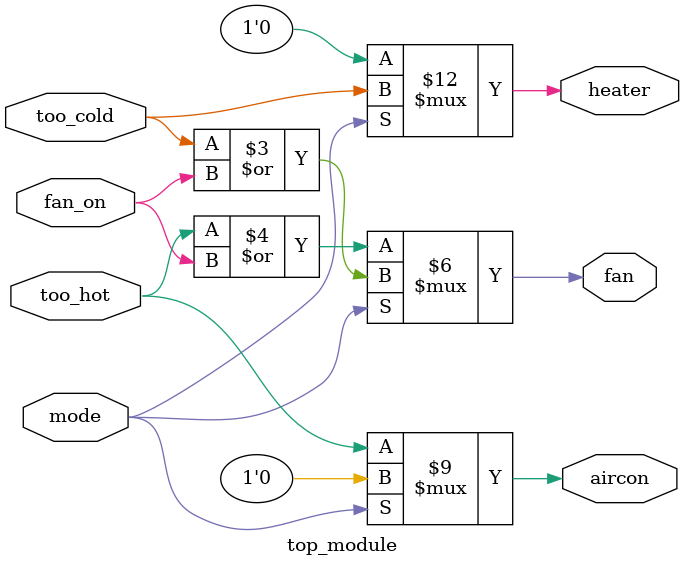
<source format=sv>
module top_module(
    input mode,
    input too_cold, 
    input too_hot,
    input fan_on,
    output reg heater,
    output reg aircon,
    output reg fan
);

always @(*) begin
    // Heating mode
    if (mode == 1'b1) begin
        heater = too_cold;
        aircon = 1'b0;
        fan = heater | fan_on;
    end
    // Cooling mode
    else begin
        heater = 1'b0;
        aircon = too_hot;
        fan = aircon | fan_on;
    end
end

endmodule

</source>
